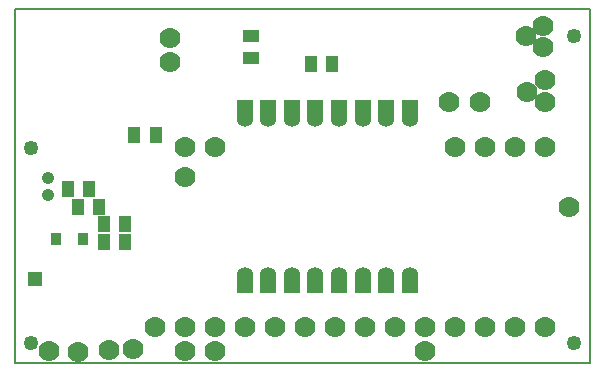
<source format=gbr>
%FSLAX23Y23*%
%MOIN*%
G04 EasyPC Gerber Version 17.0 Build 3379 *
%AMT113*0 Bullet Pad at angle 0*21,1,0.05331,0.06209,0,0,0*%
%ADD113T113*%
%ADD110R,0.03480X0.04268*%
%ADD91R,0.04150X0.05724*%
%ADD137R,0.04937X0.05000*%
%ADD10C,0.00500*%
%ADD77C,0.04200*%
%ADD80C,0.04937*%
%ADD112C,0.05331*%
%ADD86R,0.05724X0.04150*%
%ADD79C,0.07000*%
%AMT111*0 Bullet Pad at angle 180*21,1,0.05331,0.06209,0,0,180*%
%ADD111T111*%
X0Y0D02*
D02*
D10*
X208Y3D02*
X2123D01*
Y1183*
X208*
Y3*
D02*
D77*
X318Y620D03*
X318Y563D03*
D02*
D79*
X320Y45D03*
X417Y42D03*
X522Y49D03*
X602Y51D03*
X673Y123D03*
X723Y1008D03*
Y1088D03*
X773Y43D03*
Y123D03*
Y623D03*
Y723D03*
X873Y43D03*
Y123D03*
Y723D03*
X973Y123D03*
X1073D03*
X1173D03*
X1273D03*
X1373D03*
X1473D03*
X1573Y43D03*
Y123D03*
X1653Y873D03*
X1673Y123D03*
Y723D03*
X1758Y873D03*
X1773Y123D03*
Y723D03*
X1873Y123D03*
Y723D03*
X1911Y1094D03*
X1914Y906D03*
X1968Y1056D03*
Y1129D03*
X1973Y123D03*
Y723D03*
Y873D03*
Y946D03*
X2053Y524D03*
D02*
D80*
X260Y70D03*
Y720D03*
X2071Y1094D03*
X2071Y70D03*
D02*
D86*
X993Y1022D03*
Y1093D03*
D02*
D91*
X383Y583D03*
X418Y523D03*
X454Y583D03*
X489Y523D03*
X503Y407D03*
Y468D03*
X574Y407D03*
Y468D03*
X605Y764D03*
X676D03*
X1193Y1002D03*
X1264D03*
D02*
D110*
X343Y418D03*
X434D03*
D02*
D111*
X973Y850D03*
D02*
D112*
Y819D03*
D02*
D111*
X1051Y850D03*
D02*
D112*
Y819D03*
D02*
D111*
X1130Y850D03*
D02*
D112*
Y819D03*
D02*
D111*
X1209Y850D03*
D02*
D112*
Y819D03*
D02*
D111*
X1288Y850D03*
D02*
D112*
Y819D03*
D02*
D111*
X1366Y850D03*
D02*
D112*
Y819D03*
D02*
D111*
X1445Y850D03*
D02*
D112*
Y819D03*
D02*
D111*
X1524Y850D03*
D02*
D112*
Y819D03*
D02*
D113*
X973Y266D03*
D02*
D112*
Y297D03*
D02*
D113*
X1052Y266D03*
D02*
D112*
Y297D03*
D02*
D113*
X1130Y266D03*
D02*
D112*
Y297D03*
D02*
D113*
X1209Y266D03*
D02*
D112*
Y297D03*
D02*
D113*
X1288Y266D03*
D02*
D112*
Y297D03*
D02*
D113*
X1367Y266D03*
D02*
D112*
Y297D03*
D02*
D113*
X1445Y266D03*
D02*
D112*
Y297D03*
D02*
D113*
X1524Y266D03*
D02*
D112*
Y297D03*
D02*
D137*
X275Y284D03*
X0Y0D02*
M02*

</source>
